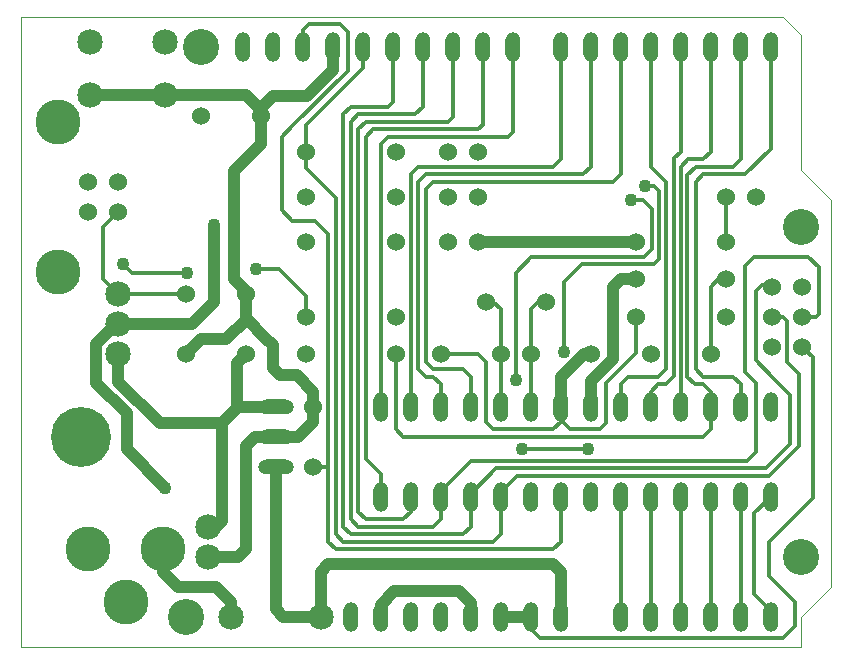
<source format=gbl>
G04 (created by PCBNEW (2013-03-31 BZR 4008)-stable) date 04/02/2015 13:54:46*
%MOIN*%
G04 Gerber Fmt 3.4, Leading zero omitted, Abs format*
%FSLAX34Y34*%
G01*
G70*
G90*
G04 APERTURE LIST*
%ADD10C,0*%
%ADD11C,0.00393701*%
%ADD12C,0.06*%
%ADD13C,0.085*%
%ADD14C,0.12*%
%ADD15C,0.15*%
%ADD16O,0.05X0.1*%
%ADD17O,0.12X0.05*%
%ADD18C,0.2*%
%ADD19C,0.0433071*%
%ADD20C,0.04*%
%ADD21C,0.012*%
G04 APERTURE END LIST*
G54D10*
G54D11*
X34000Y-34000D02*
X34000Y-55000D01*
X59400Y-34000D02*
X34000Y-34000D01*
X60000Y-34600D02*
X59400Y-34000D01*
X60000Y-39100D02*
X60000Y-34600D01*
X61000Y-40100D02*
X60000Y-39100D01*
X61000Y-53000D02*
X61000Y-40100D01*
X60000Y-54000D02*
X61000Y-53000D01*
X60000Y-55000D02*
X60000Y-54000D01*
X34000Y-55000D02*
X60000Y-55000D01*
G54D12*
X57500Y-42750D03*
X54500Y-42750D03*
X43500Y-41500D03*
X46500Y-41500D03*
X43500Y-40000D03*
X46500Y-40000D03*
X57500Y-41500D03*
X54500Y-41500D03*
X43500Y-45250D03*
X46500Y-45250D03*
X43500Y-44000D03*
X46500Y-44000D03*
X54500Y-44000D03*
X57500Y-44000D03*
G54D13*
X41000Y-54000D03*
X44000Y-54000D03*
G54D12*
X51500Y-43500D03*
X49500Y-43500D03*
X51000Y-45250D03*
X53000Y-45250D03*
X50000Y-45250D03*
X48000Y-45250D03*
X39500Y-43250D03*
X39500Y-45250D03*
X55000Y-45250D03*
X57000Y-45250D03*
X40000Y-37300D03*
X42000Y-37300D03*
X43750Y-49000D03*
X43750Y-47000D03*
G54D14*
X60000Y-52000D03*
X40000Y-35000D03*
X39500Y-54000D03*
X60000Y-41000D03*
G54D15*
X35250Y-42500D03*
X35250Y-37500D03*
G54D12*
X37250Y-40500D03*
X37250Y-39500D03*
X36250Y-39500D03*
X36250Y-40500D03*
G54D15*
X37500Y-53500D03*
X36250Y-51750D03*
X38750Y-51750D03*
G54D12*
X60050Y-45000D03*
X59050Y-45000D03*
X59050Y-44000D03*
X60050Y-44000D03*
X60050Y-43000D03*
X59050Y-43000D03*
G54D16*
X44400Y-35000D03*
X43400Y-35000D03*
X41400Y-35000D03*
X42400Y-35000D03*
X46400Y-35000D03*
X45400Y-35000D03*
X47400Y-35000D03*
X48400Y-35000D03*
X50400Y-35000D03*
X49400Y-35000D03*
G54D13*
X37250Y-43250D03*
X37250Y-45250D03*
X37250Y-44250D03*
G54D12*
X46500Y-38500D03*
X43500Y-38500D03*
G54D16*
X53000Y-35000D03*
X52000Y-35000D03*
X55000Y-35000D03*
X54000Y-35000D03*
X56000Y-35000D03*
X57000Y-35000D03*
X59000Y-35000D03*
X58000Y-35000D03*
X46000Y-54000D03*
X45000Y-54000D03*
X48000Y-54000D03*
X47000Y-54000D03*
X49000Y-54000D03*
X50000Y-54000D03*
X52000Y-54000D03*
X51000Y-54000D03*
X55000Y-54000D03*
X54000Y-54000D03*
X56000Y-54000D03*
X57000Y-54000D03*
X59000Y-54000D03*
X58000Y-54000D03*
G54D12*
X41500Y-45250D03*
X41500Y-43250D03*
G54D13*
X40250Y-51000D03*
X40250Y-52000D03*
G54D12*
X48250Y-38500D03*
X49250Y-38500D03*
X49250Y-40000D03*
X48250Y-40000D03*
X49250Y-41500D03*
X48250Y-41500D03*
X57500Y-40000D03*
X58500Y-40000D03*
G54D16*
X56000Y-50000D03*
X57000Y-50000D03*
X58000Y-50000D03*
X59000Y-50000D03*
X55000Y-50000D03*
X54000Y-50000D03*
X53000Y-50000D03*
X52000Y-50000D03*
X51000Y-50000D03*
X50000Y-50000D03*
X48000Y-50000D03*
X49000Y-50000D03*
X47000Y-50000D03*
X46000Y-50000D03*
X50000Y-47000D03*
X51000Y-47000D03*
X52000Y-47000D03*
X53000Y-47000D03*
X54000Y-47000D03*
X55000Y-47000D03*
X59000Y-47000D03*
X58000Y-47000D03*
X57000Y-47000D03*
X56000Y-47000D03*
X49000Y-47000D03*
X48000Y-47000D03*
X47000Y-47000D03*
X46000Y-47000D03*
G54D17*
X42500Y-47000D03*
X42500Y-48000D03*
X42500Y-49000D03*
G54D18*
X36000Y-48000D03*
G54D13*
X36300Y-34850D03*
X36300Y-36600D03*
X38800Y-36600D03*
X38800Y-34850D03*
G54D19*
X38800Y-49700D03*
X40450Y-40950D03*
X54350Y-40100D03*
X52900Y-48400D03*
X50700Y-48400D03*
X50500Y-46100D03*
X52100Y-45175D03*
X54800Y-39650D03*
X39550Y-42550D03*
X37400Y-42250D03*
X41850Y-42400D03*
G54D20*
X53000Y-47000D02*
X53000Y-46150D01*
X53750Y-45400D02*
X53750Y-43000D01*
X53000Y-46150D02*
X53750Y-45400D01*
X53750Y-43000D02*
X54000Y-42750D01*
X54000Y-42750D02*
X54500Y-42750D01*
X38800Y-49700D02*
X37525Y-48425D01*
X37525Y-48425D02*
X37525Y-47225D01*
X37250Y-44250D02*
X37175Y-44250D01*
X36500Y-46200D02*
X37525Y-47225D01*
X36500Y-44925D02*
X36500Y-46200D01*
X37175Y-44250D02*
X36500Y-44925D01*
X54500Y-41500D02*
X49250Y-41500D01*
X49000Y-54000D02*
X49000Y-53550D01*
X49000Y-53550D02*
X48600Y-53150D01*
X48600Y-53150D02*
X46450Y-53150D01*
X46000Y-53600D02*
X46000Y-54000D01*
X46000Y-53600D02*
X46450Y-53150D01*
X37250Y-44250D02*
X39700Y-44250D01*
X39700Y-44250D02*
X40450Y-43500D01*
X40450Y-43500D02*
X40450Y-40950D01*
G54D21*
X40450Y-41500D02*
X40450Y-43500D01*
X40450Y-40950D02*
X40450Y-41500D01*
X40450Y-43500D02*
X39700Y-44250D01*
X54000Y-42750D02*
X54500Y-42750D01*
X53750Y-43000D02*
X54000Y-42750D01*
X43750Y-49000D02*
X44250Y-49000D01*
X44250Y-41550D02*
X44250Y-41250D01*
X42700Y-40450D02*
X42700Y-38750D01*
X43050Y-40800D02*
X42700Y-40450D01*
X43800Y-40800D02*
X43050Y-40800D01*
X44250Y-41250D02*
X43800Y-40800D01*
X42700Y-38000D02*
X43050Y-37650D01*
X42700Y-38750D02*
X42700Y-38000D01*
X43050Y-37650D02*
X44900Y-35800D01*
X43400Y-34450D02*
X43600Y-34250D01*
X44250Y-41550D02*
X44250Y-49000D01*
X44250Y-49000D02*
X44250Y-50500D01*
X44900Y-35800D02*
X44900Y-34500D01*
X44900Y-34500D02*
X44650Y-34250D01*
X44650Y-34250D02*
X44250Y-34250D01*
X44250Y-34250D02*
X43900Y-34250D01*
X43900Y-34250D02*
X43600Y-34250D01*
X43400Y-34450D02*
X43400Y-35000D01*
X44250Y-51500D02*
X44500Y-51750D01*
X44250Y-50500D02*
X44250Y-51500D01*
X52000Y-51500D02*
X52000Y-50000D01*
X51750Y-51750D02*
X52000Y-51500D01*
X44500Y-51750D02*
X51750Y-51750D01*
X59650Y-48050D02*
X59650Y-48250D01*
X58850Y-49050D02*
X49850Y-49050D01*
X59650Y-48250D02*
X58850Y-49050D01*
X59650Y-46600D02*
X59050Y-46000D01*
X59000Y-42950D02*
X59050Y-43000D01*
X58700Y-42950D02*
X59000Y-42950D01*
X58500Y-43150D02*
X58700Y-42950D01*
X58500Y-45450D02*
X58500Y-43150D01*
X59050Y-46000D02*
X58500Y-45450D01*
X49000Y-49900D02*
X49850Y-49050D01*
X49000Y-50000D02*
X49000Y-49900D01*
X59650Y-48050D02*
X59650Y-46600D01*
X46400Y-35000D02*
X46400Y-36850D01*
X46400Y-36850D02*
X46250Y-37000D01*
X45000Y-37000D02*
X46250Y-37000D01*
X49000Y-51000D02*
X48750Y-51250D01*
X48750Y-51250D02*
X45000Y-51250D01*
X45000Y-51250D02*
X44750Y-51000D01*
X44750Y-51000D02*
X44750Y-37250D01*
X44750Y-37250D02*
X45000Y-37000D01*
X49000Y-51000D02*
X49000Y-50000D01*
X60050Y-44000D02*
X60500Y-44000D01*
X60600Y-42350D02*
X60250Y-42000D01*
X60600Y-43900D02*
X60600Y-42350D01*
X60500Y-44000D02*
X60600Y-43900D01*
X48000Y-50000D02*
X48000Y-49800D01*
X58500Y-48500D02*
X58500Y-48379D01*
X58200Y-48800D02*
X58500Y-48500D01*
X49000Y-48800D02*
X58200Y-48800D01*
X48000Y-49800D02*
X49000Y-48800D01*
X58500Y-47500D02*
X58500Y-48379D01*
X58500Y-46300D02*
X58500Y-47500D01*
X60250Y-42000D02*
X58850Y-42000D01*
X58500Y-46200D02*
X58150Y-45850D01*
X58150Y-45850D02*
X58150Y-42300D01*
X58150Y-42300D02*
X58450Y-42000D01*
X58450Y-42000D02*
X58850Y-42000D01*
X58500Y-46300D02*
X58500Y-46200D01*
X47400Y-35000D02*
X47400Y-37000D01*
X48000Y-50750D02*
X48000Y-50000D01*
X47750Y-51000D02*
X48000Y-50750D01*
X45250Y-51000D02*
X47750Y-51000D01*
X45000Y-50750D02*
X45250Y-51000D01*
X45000Y-37500D02*
X45000Y-50750D01*
X45250Y-37250D02*
X45000Y-37500D01*
X47150Y-37250D02*
X45250Y-37250D01*
X47400Y-37000D02*
X47150Y-37250D01*
X57500Y-42750D02*
X57250Y-42750D01*
X57000Y-43000D02*
X57000Y-45250D01*
X57250Y-42750D02*
X57000Y-43000D01*
X59050Y-46950D02*
X59000Y-47000D01*
X59000Y-35000D02*
X59000Y-38400D01*
X59000Y-38400D02*
X58150Y-39250D01*
X56500Y-39500D02*
X56750Y-39250D01*
X56750Y-39250D02*
X58150Y-39250D01*
X58000Y-47000D02*
X58000Y-46250D01*
X56500Y-45750D02*
X56500Y-39500D01*
X56750Y-46000D02*
X56500Y-45750D01*
X57750Y-46000D02*
X56750Y-46000D01*
X58000Y-46250D02*
X57750Y-46000D01*
X43500Y-38500D02*
X43500Y-39050D01*
X43500Y-39050D02*
X44500Y-40050D01*
X50000Y-50000D02*
X50000Y-49850D01*
X58950Y-49300D02*
X59950Y-48300D01*
X50550Y-49300D02*
X58950Y-49300D01*
X50000Y-49850D02*
X50550Y-49300D01*
X43500Y-38500D02*
X43500Y-37600D01*
X43500Y-37600D02*
X45400Y-35700D01*
X45400Y-35700D02*
X45400Y-35000D01*
X59950Y-46650D02*
X59950Y-45900D01*
X59950Y-45900D02*
X59550Y-45500D01*
X59550Y-45500D02*
X59550Y-44150D01*
X59550Y-44150D02*
X59400Y-44000D01*
X59400Y-44000D02*
X59050Y-44000D01*
X59950Y-48300D02*
X59950Y-46650D01*
X44500Y-51250D02*
X44500Y-40050D01*
X50000Y-51250D02*
X49750Y-51500D01*
X49750Y-51500D02*
X44750Y-51500D01*
X44750Y-51500D02*
X44500Y-51250D01*
X50000Y-51250D02*
X50000Y-50000D01*
X59000Y-54000D02*
X59000Y-53800D01*
X58450Y-50550D02*
X59000Y-50000D01*
X58450Y-53250D02*
X58450Y-50550D01*
X59000Y-53800D02*
X58450Y-53250D01*
X55050Y-41550D02*
X55050Y-41750D01*
X54770Y-42029D02*
X51020Y-42029D01*
X55050Y-41750D02*
X54770Y-42029D01*
X50500Y-43400D02*
X50500Y-42550D01*
X50500Y-42550D02*
X51020Y-42029D01*
X54400Y-40100D02*
X54350Y-40100D01*
X54750Y-40100D02*
X54400Y-40100D01*
X55050Y-40400D02*
X54750Y-40100D01*
X55050Y-41550D02*
X55050Y-40400D01*
X52900Y-48400D02*
X50700Y-48400D01*
X50500Y-44100D02*
X50500Y-43400D01*
X50500Y-46100D02*
X50500Y-44100D01*
X54800Y-39650D02*
X55100Y-39650D01*
X55100Y-39650D02*
X55275Y-39825D01*
X55275Y-39825D02*
X55275Y-42075D01*
X55275Y-42075D02*
X55100Y-42250D01*
X55100Y-39650D02*
X55275Y-39825D01*
X52100Y-44150D02*
X52100Y-42850D01*
X52100Y-45175D02*
X52100Y-44150D01*
X54100Y-42250D02*
X54500Y-42250D01*
X54500Y-42250D02*
X55100Y-42250D01*
X52100Y-42850D02*
X52700Y-42250D01*
X52700Y-42250D02*
X54100Y-42250D01*
X55100Y-42250D02*
X55279Y-42070D01*
X55279Y-42070D02*
X55275Y-39825D01*
X55100Y-42250D02*
X55279Y-42070D01*
X58000Y-50000D02*
X58000Y-54000D01*
X56220Y-46000D02*
X56220Y-39279D01*
X56220Y-39279D02*
X56500Y-39000D01*
X57000Y-47000D02*
X57000Y-46500D01*
X57000Y-46500D02*
X56750Y-46250D01*
X56750Y-46250D02*
X56470Y-46250D01*
X56470Y-46250D02*
X56220Y-46000D01*
X56500Y-39000D02*
X57750Y-39000D01*
X57750Y-39000D02*
X58000Y-38750D01*
X58000Y-38750D02*
X58000Y-35000D01*
X46750Y-48000D02*
X56750Y-48000D01*
X46500Y-45250D02*
X46500Y-47750D01*
X46500Y-47750D02*
X46750Y-48000D01*
X57000Y-47750D02*
X57000Y-47000D01*
X56750Y-48000D02*
X57000Y-47750D01*
X39200Y-42550D02*
X39550Y-42550D01*
X37700Y-42550D02*
X39200Y-42550D01*
X37400Y-42250D02*
X37700Y-42550D01*
G54D20*
X42500Y-48000D02*
X41800Y-48000D01*
X41800Y-48000D02*
X41500Y-48300D01*
X41500Y-48300D02*
X41500Y-51750D01*
X41500Y-51750D02*
X41250Y-52000D01*
X41250Y-52000D02*
X40250Y-52000D01*
X43750Y-47000D02*
X43750Y-46500D01*
X43750Y-46500D02*
X43200Y-45950D01*
X43750Y-47000D02*
X43750Y-47500D01*
X43750Y-47500D02*
X43250Y-48000D01*
X43250Y-48000D02*
X42500Y-48000D01*
X53000Y-45250D02*
X52775Y-45250D01*
X52000Y-46025D02*
X52000Y-47000D01*
X52775Y-45250D02*
X52000Y-46025D01*
X50000Y-54000D02*
X51000Y-54000D01*
X42000Y-37300D02*
X42000Y-38250D01*
X42000Y-38250D02*
X41100Y-39150D01*
X41500Y-43250D02*
X41500Y-43150D01*
X41500Y-43150D02*
X41100Y-42750D01*
X41100Y-42750D02*
X41100Y-39150D01*
X42000Y-37300D02*
X42000Y-37050D01*
X42000Y-37050D02*
X42400Y-36650D01*
X42400Y-36650D02*
X43540Y-36650D01*
X43540Y-36650D02*
X44400Y-35790D01*
X44400Y-35790D02*
X44400Y-35000D01*
X42000Y-37300D02*
X42000Y-37100D01*
X42000Y-37100D02*
X41500Y-36600D01*
X41500Y-36600D02*
X38800Y-36600D01*
X36300Y-36600D02*
X38800Y-36600D01*
X43200Y-45950D02*
X42650Y-45950D01*
X42650Y-45950D02*
X42400Y-45700D01*
X42400Y-45700D02*
X42400Y-44950D01*
X42400Y-44950D02*
X42150Y-44700D01*
X41525Y-44075D02*
X42150Y-44700D01*
X43250Y-48000D02*
X42500Y-48000D01*
X41525Y-44075D02*
X40850Y-44750D01*
X40000Y-44750D02*
X39500Y-45250D01*
X40850Y-44750D02*
X40000Y-44750D01*
X41525Y-44075D02*
X41500Y-44050D01*
X41500Y-48300D02*
X41800Y-48000D01*
X41500Y-44050D02*
X41500Y-43250D01*
G54D21*
X59800Y-53700D02*
X59800Y-53500D01*
X59800Y-54300D02*
X59800Y-53700D01*
X60400Y-45350D02*
X60050Y-45000D01*
X51000Y-54400D02*
X51300Y-54700D01*
X51300Y-54700D02*
X59400Y-54700D01*
X59400Y-54700D02*
X59800Y-54300D01*
X51000Y-54000D02*
X51000Y-54400D01*
X59800Y-53500D02*
X58950Y-52650D01*
X58950Y-52650D02*
X58950Y-51500D01*
X58950Y-51500D02*
X60400Y-50050D01*
X60400Y-50050D02*
X60400Y-45350D01*
X38800Y-36600D02*
X41600Y-36600D01*
X42000Y-37000D02*
X41750Y-36750D01*
X41600Y-36600D02*
X41750Y-36750D01*
X42000Y-37300D02*
X42000Y-37000D01*
X43550Y-36750D02*
X42250Y-36750D01*
X44400Y-35900D02*
X44400Y-35000D01*
X43550Y-36750D02*
X44400Y-35900D01*
X42250Y-36750D02*
X42000Y-37000D01*
X52000Y-47000D02*
X52000Y-47450D01*
X52000Y-47450D02*
X52300Y-47750D01*
X52300Y-47750D02*
X53300Y-47750D01*
X53300Y-47750D02*
X53500Y-47550D01*
X53500Y-47550D02*
X53500Y-46200D01*
X53500Y-46200D02*
X54500Y-45200D01*
X54500Y-45200D02*
X54500Y-44000D01*
X48000Y-45250D02*
X49250Y-45250D01*
X52000Y-47500D02*
X52000Y-47000D01*
X51750Y-47750D02*
X52000Y-47500D01*
X49750Y-47750D02*
X51750Y-47750D01*
X49500Y-47500D02*
X49750Y-47750D01*
X49500Y-45500D02*
X49500Y-47500D01*
X49250Y-45250D02*
X49500Y-45500D01*
X55000Y-50000D02*
X55000Y-54000D01*
X48000Y-47000D02*
X48000Y-46250D01*
X53000Y-39000D02*
X53000Y-35000D01*
X52750Y-39250D02*
X53000Y-39000D01*
X47500Y-39250D02*
X52750Y-39250D01*
X47250Y-39500D02*
X47500Y-39250D01*
X47250Y-45750D02*
X47250Y-39500D01*
X47500Y-46000D02*
X47250Y-45750D01*
X47750Y-46000D02*
X47500Y-46000D01*
X48000Y-46250D02*
X47750Y-46000D01*
X49000Y-47000D02*
X49000Y-46000D01*
X54000Y-39250D02*
X54000Y-35000D01*
X53750Y-39500D02*
X54000Y-39250D01*
X47750Y-39500D02*
X53750Y-39500D01*
X47500Y-39750D02*
X47750Y-39500D01*
X47500Y-45500D02*
X47500Y-39750D01*
X47750Y-45750D02*
X47500Y-45500D01*
X48750Y-45750D02*
X47750Y-45750D01*
X49000Y-46000D02*
X48750Y-45750D01*
X54000Y-47000D02*
X54000Y-46250D01*
X55000Y-39000D02*
X55000Y-35000D01*
X55500Y-39500D02*
X55000Y-39000D01*
X55500Y-45750D02*
X55500Y-39500D01*
X55250Y-46000D02*
X55500Y-45750D01*
X54250Y-46000D02*
X55250Y-46000D01*
X54000Y-46250D02*
X54250Y-46000D01*
X55779Y-45970D02*
X55779Y-38720D01*
X56000Y-38500D02*
X56000Y-35000D01*
X55779Y-38720D02*
X56000Y-38500D01*
X55000Y-47000D02*
X55000Y-46500D01*
X55500Y-46250D02*
X55779Y-45970D01*
X55250Y-46250D02*
X55500Y-46250D01*
X55000Y-46500D02*
X55250Y-46250D01*
X56000Y-39000D02*
X56250Y-38750D01*
X57000Y-38500D02*
X57000Y-35000D01*
X56750Y-38750D02*
X57000Y-38500D01*
X56250Y-38750D02*
X56750Y-38750D01*
X56000Y-47000D02*
X56000Y-39000D01*
X57000Y-50000D02*
X57000Y-54000D01*
X56000Y-50000D02*
X56000Y-54000D01*
X47000Y-47000D02*
X47000Y-39250D01*
X52000Y-38750D02*
X52000Y-35000D01*
X51750Y-39000D02*
X52000Y-38750D01*
X47250Y-39000D02*
X51750Y-39000D01*
X47000Y-39250D02*
X47250Y-39000D01*
X54000Y-50000D02*
X54000Y-54000D01*
X46000Y-47000D02*
X46000Y-38250D01*
X46250Y-38000D02*
X46000Y-38250D01*
X50400Y-35000D02*
X50400Y-37850D01*
X50250Y-38000D02*
X46250Y-38000D01*
X50400Y-37850D02*
X50250Y-38000D01*
X45500Y-50750D02*
X46750Y-50750D01*
X48400Y-37350D02*
X48250Y-37500D01*
X48250Y-37500D02*
X45500Y-37500D01*
X45500Y-37500D02*
X45250Y-37750D01*
X45250Y-37750D02*
X45250Y-50500D01*
X45250Y-50500D02*
X45500Y-50750D01*
X48400Y-35000D02*
X48400Y-37350D01*
X47000Y-50500D02*
X47000Y-50000D01*
X46750Y-50750D02*
X47000Y-50500D01*
X49400Y-35000D02*
X49400Y-37600D01*
X46000Y-49250D02*
X45500Y-48750D01*
X45500Y-48750D02*
X45500Y-38000D01*
X45500Y-38000D02*
X45750Y-37750D01*
X45750Y-37750D02*
X49250Y-37750D01*
X46000Y-49250D02*
X46000Y-50000D01*
X49400Y-37600D02*
X49250Y-37750D01*
G54D20*
X40500Y-53000D02*
X39250Y-53000D01*
X38750Y-52500D02*
X38750Y-51750D01*
X39250Y-53000D02*
X38750Y-52500D01*
X41000Y-54000D02*
X41000Y-53500D01*
X41000Y-53500D02*
X40500Y-53000D01*
G54D21*
X37250Y-43250D02*
X36750Y-42750D01*
X36750Y-41000D02*
X37250Y-40500D01*
X36750Y-42750D02*
X36750Y-41000D01*
X39750Y-43250D02*
X37250Y-43250D01*
X50000Y-47000D02*
X50000Y-45250D01*
X50000Y-45250D02*
X50000Y-43750D01*
X50000Y-43750D02*
X49750Y-43500D01*
X49750Y-43500D02*
X49500Y-43500D01*
X51000Y-47000D02*
X51000Y-45250D01*
X51000Y-45250D02*
X51000Y-43750D01*
X51000Y-43750D02*
X51250Y-43500D01*
X51250Y-43500D02*
X51500Y-43500D01*
X43500Y-44000D02*
X43500Y-43300D01*
X42600Y-42400D02*
X41850Y-42400D01*
X43500Y-43300D02*
X42600Y-42400D01*
G54D20*
X42500Y-47000D02*
X41250Y-47000D01*
X41250Y-47000D02*
X40700Y-47550D01*
X40500Y-51000D02*
X40250Y-51000D01*
X40700Y-50800D02*
X40500Y-51000D01*
X40700Y-47550D02*
X40700Y-50800D01*
X37250Y-45250D02*
X37250Y-46175D01*
X37250Y-46175D02*
X38625Y-47550D01*
X41200Y-46950D02*
X41200Y-45550D01*
X41250Y-47000D02*
X41200Y-46950D01*
X41200Y-45550D02*
X41500Y-45250D01*
X40750Y-47550D02*
X38625Y-47550D01*
X40750Y-47550D02*
X40750Y-47500D01*
X41250Y-47000D02*
X40750Y-47500D01*
G54D21*
X57500Y-40000D02*
X57500Y-41500D01*
G54D20*
X51750Y-52250D02*
X44250Y-52250D01*
X44000Y-52500D02*
X44000Y-54000D01*
X44250Y-52250D02*
X44000Y-52500D01*
X51750Y-52250D02*
X52000Y-52500D01*
X52000Y-52500D02*
X52000Y-54000D01*
X44000Y-54000D02*
X42750Y-54000D01*
X42500Y-53750D02*
X42500Y-49000D01*
X42750Y-54000D02*
X42500Y-53750D01*
M02*

</source>
